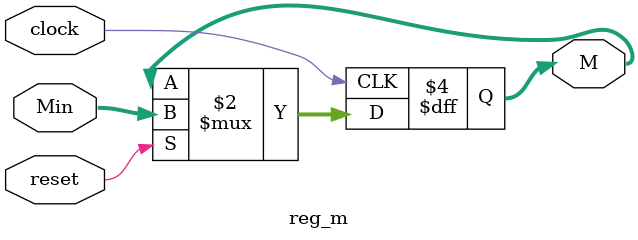
<source format=sv>

module reg_m #(parameter N=8) (input logic clock, reset, 
              input logic[N-1:0] Min, output logic[N-1:0] M);

always_ff @ (posedge clock)
  if (reset)  // clear C,A and load Q, M
    M <= Min;

endmodule
</source>
